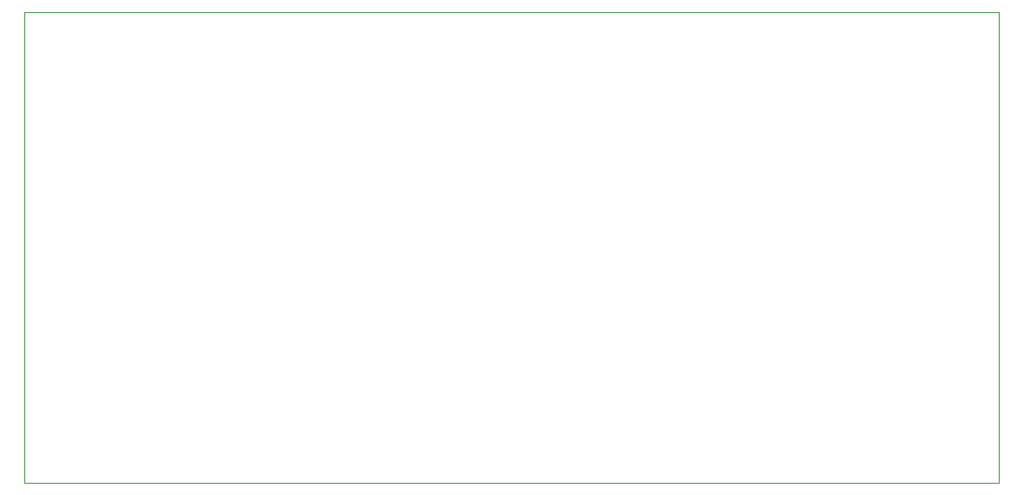
<source format=gm1>
%TF.GenerationSoftware,KiCad,Pcbnew,9.0.7-1.fc42*%
%TF.CreationDate,2026-02-18T17:36:33+01:00*%
%TF.ProjectId,bananabus,62616e61-6e61-4627-9573-2e6b69636164,rev?*%
%TF.SameCoordinates,Original*%
%TF.FileFunction,Profile,NP*%
%FSLAX46Y46*%
G04 Gerber Fmt 4.6, Leading zero omitted, Abs format (unit mm)*
G04 Created by KiCad (PCBNEW 9.0.7-1.fc42) date 2026-02-18 17:36:33*
%MOMM*%
%LPD*%
G01*
G04 APERTURE LIST*
%TA.AperFunction,Profile*%
%ADD10C,0.050000*%
%TD*%
G04 APERTURE END LIST*
D10*
X101000000Y-55500000D02*
X196000000Y-55500000D01*
X196000000Y-101500000D01*
X101000000Y-101500000D01*
X101000000Y-55500000D01*
M02*

</source>
